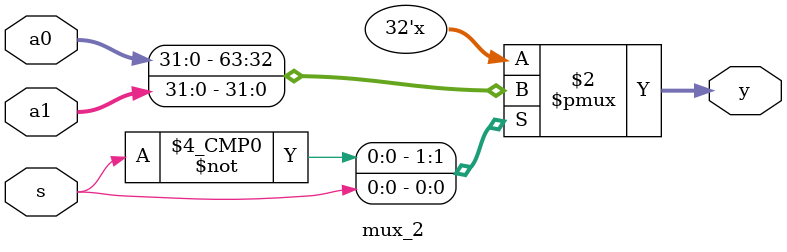
<source format=sv>

module mux_2(
     input logic s,
     input logic [31:0] a0,a1,
     output logic [31:0] y
 );
     always_comb begin
         case(s)
         1'h0:  y = a0;
         1'h1:  y = a1;
         endcase
     end 
 
 endmodule
</source>
